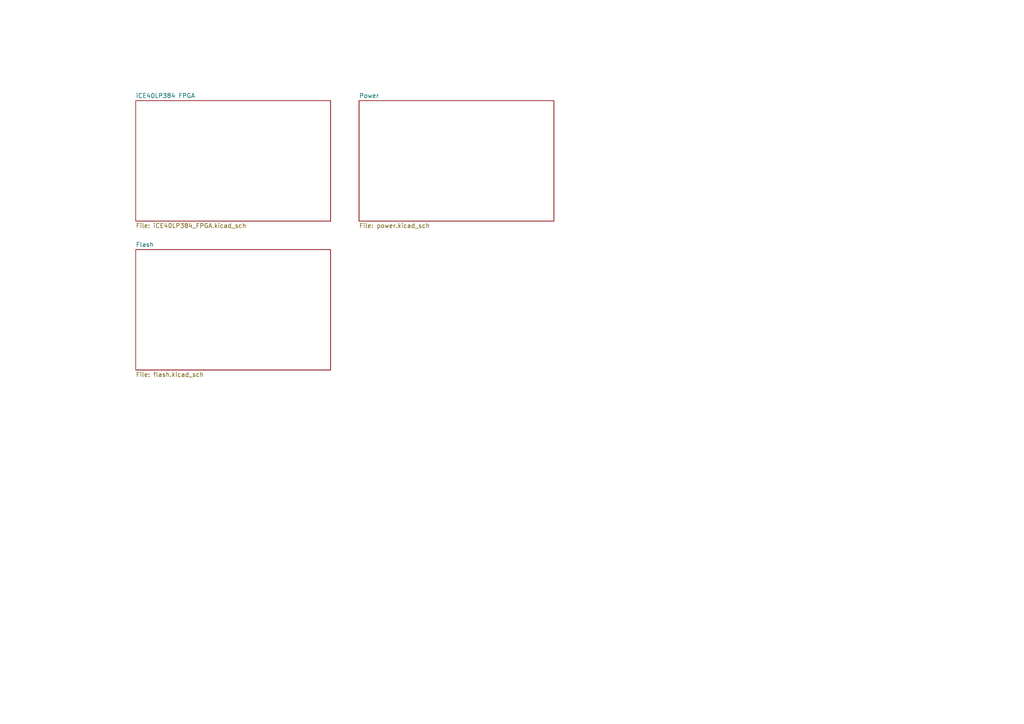
<source format=kicad_sch>
(kicad_sch (version 20250114) (generator "eeschema") (generator_version "9.0")
  (paper "A4")
  (lib_symbols)
  (sheet (at 104.14 29.21) (size 56.515 34.925) (stroke (width 0.1524))
    (property "Sheetname" "Power" (at 104.14 28.4984 0) (effects (justify left bottom)))
    (property "Sheetfile" "power.kicad_sch" (at 104.14 64.7196 0) (effects (justify left top)))
  )
  (sheet (at 39.37 72.39) (size 56.515 34.925) (stroke (width 0.1524))
    (property "Sheetname" "Flash" (at 39.37 71.6784 0) (effects (justify left bottom)))
    (property "Sheetfile" "flash.kicad_sch" (at 39.37 107.8996 0) (effects (justify left top)))
  )
  (sheet (at 39.37 29.21) (size 56.515 34.925) (stroke (width 0.1524))
    (property "Sheetname" "iCE40LP384 FPGA" (at 39.37 28.4984 0) (effects (justify left bottom)))
    (property "Sheetfile" "iCE40LP384_FPGA.kicad_sch" (at 39.37 64.7196 0) (effects (justify left top)))
  )
)
</source>
